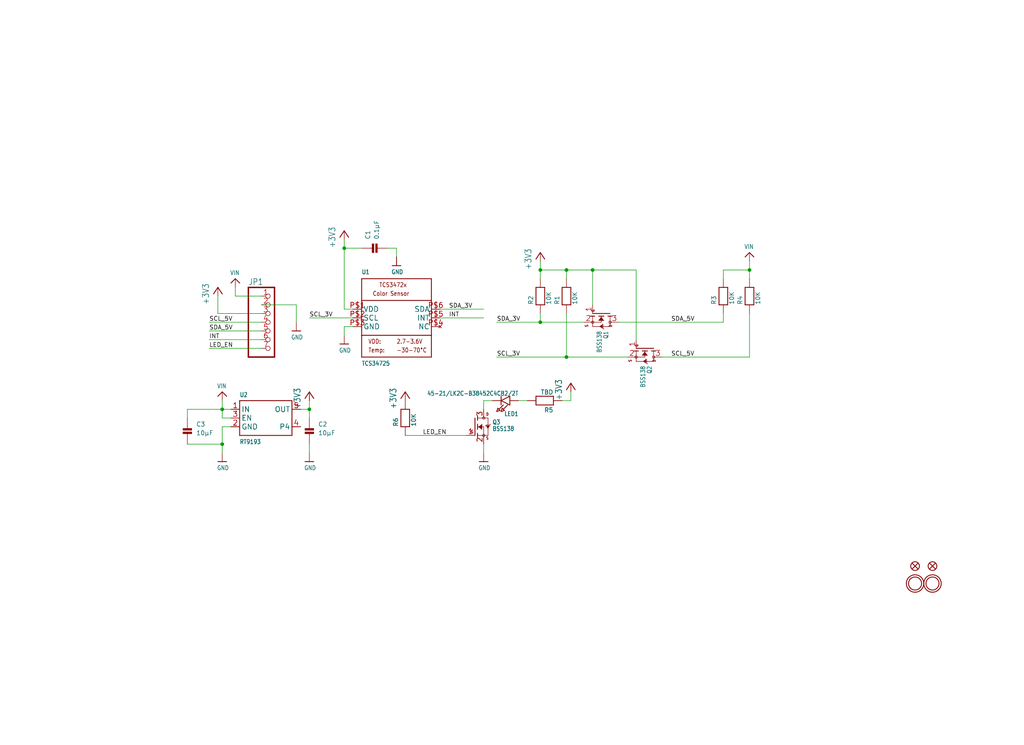
<source format=kicad_sch>
(kicad_sch (version 20250114) (generator "eeschema") (generator_version "9.0")
  (paper "User" 298.45 217.322)
  (lib_symbols
    (symbol "TCS34725_schematic-eagle-import:+3V3" (power)
      (symbol "+3V3_1_0"
        (polyline (pts (xy 0 0) (xy -1.27 -1.905)) (stroke (width 0.254)))
        (polyline (pts (xy 1.27 -1.905) (xy 0 0)) (stroke (width 0.254)))
        (pin power_in line (at 0 -2.54 90) (length 2.54) (name "+3V3") (number "1"))
      )
    )
    (symbol "TCS34725_schematic-eagle-import:CAP_CERAMIC_0805"
      (property "Reference" "C" (at 2.54 2.54 0))
      (symbol "CAP_CERAMIC_0805_1_0"
        (rectangle (start -1.27 1.524) (end 1.27 2.032) (fill (type outline)))
        (rectangle (start -1.27 0.508) (end 1.27 1.016) (fill (type outline)))
        (polyline (pts (xy 0 2.54) (xy 0 1.778)) (stroke (width 0.1524)))
        (polyline (pts (xy 0 0.762) (xy 0 0)) (stroke (width 0.1524)))
        (pin passive line (at 0 5.08 270) (length 2.54) (name "P$1") (number "1"))
        (pin passive line (at 0 -2.54 90) (length 2.54) (name "P$2") (number "2"))
      )
    )
    (symbol "TCS34725_schematic-eagle-import:FIDUCIAL{dblquote}{dblquote}"
      (symbol "FIDUCIAL{dblquote}{dblquote}_1_0"
        (polyline (pts (xy -0.762 0.762) (xy 0.762 -0.762)) (stroke (width 0.254)))
        (circle (center 0 0) (radius 1.27) (stroke (width 0.254)))
        (polyline (pts (xy 0.762 0.762) (xy -0.762 -0.762)) (stroke (width 0.254)))
      )
    )
    (symbol "TCS34725_schematic-eagle-import:GND" (power)
      (symbol "GND_1_0"
        (polyline (pts (xy -1.27 0) (xy 1.27 0)) (stroke (width 0.254)))
        (pin power_in line (at 0 2.54 270) (length 2.54) (name "GND") (number "1"))
      )
    )
    (symbol "TCS34725_schematic-eagle-import:HEADER-1X770MIL"
      (property "Reference" "JP" (at -6.35 10.795 0))
      (symbol "HEADER-1X770MIL_1_0"
        (polyline (pts (xy -6.35 10.16) (xy -6.35 -10.16)) (stroke (width 0.4064)))
        (polyline (pts (xy -6.35 -10.16) (xy 1.27 -10.16)) (stroke (width 0.4064)))
        (polyline (pts (xy 1.27 10.16) (xy -6.35 10.16)) (stroke (width 0.4064)))
        (polyline (pts (xy 1.27 -10.16) (xy 1.27 10.16)) (stroke (width 0.4064)))
        (pin passive inverted (at -2.54 7.62 0) (length 2.54) (name "1") (number "1"))
        (pin passive inverted (at -2.54 5.08 0) (length 2.54) (name "2") (number "2"))
        (pin passive inverted (at -2.54 2.54 0) (length 2.54) (name "3") (number "3"))
        (pin passive inverted (at -2.54 0 0) (length 2.54) (name "4") (number "4"))
        (pin passive inverted (at -2.54 -2.54 0) (length 2.54) (name "5") (number "5"))
        (pin passive inverted (at -2.54 -5.08 0) (length 2.54) (name "6") (number "6"))
        (pin passive inverted (at -2.54 -7.62 0) (length 2.54) (name "7") (number "7"))
      )
    )
    (symbol "TCS34725_schematic-eagle-import:LEDEV45-21"
      (property "Reference" "LED" (at -5.08 3.175 0))
      (symbol "LEDEV45-21_1_0"
        (polyline (pts (xy -2.54 1.27) (xy -2.54 -1.27)) (stroke (width 0.254)))
        (polyline (pts (xy -2.54 -1.27) (xy 0 0)) (stroke (width 0.254)))
        (polyline (pts (xy -1.905 1.27) (xy -0.635 2.54)) (stroke (width 0.254)))
        (polyline (pts (xy -0.9525 2.8575) (xy -0.3175 2.2225)) (stroke (width 0.254)))
        (polyline (pts (xy -0.635 1.27) (xy 0.635 2.54)) (stroke (width 0.254)))
        (polyline (pts (xy -0.3175 2.2225) (xy 0 3.175)) (stroke (width 0.254)))
        (polyline (pts (xy 0 3.175) (xy -0.9525 2.8575)) (stroke (width 0.254)))
        (polyline (pts (xy 0 1.27) (xy 0 0)) (stroke (width 0.254)))
        (polyline (pts (xy 0 0) (xy -2.54 1.27)) (stroke (width 0.254)))
        (polyline (pts (xy 0 0) (xy 0 -1.27)) (stroke (width 0.254)))
        (polyline (pts (xy 0.3175 2.8575) (xy 0.9525 2.2225)) (stroke (width 0.254)))
        (polyline (pts (xy 0.9525 2.2225) (xy 1.27 3.175)) (stroke (width 0.254)))
        (polyline (pts (xy 1.27 3.175) (xy 0.3175 2.8575)) (stroke (width 0.254)))
        (pin passive line (at -5.08 0 0) (length 2.54) (name "A") (number "A"))
        (pin passive line (at 2.54 0 180) (length 2.54) (name "C") (number "K"))
      )
    )
    (symbol "TCS34725_schematic-eagle-import:LIGHT_TCS3472"
      (symbol "LIGHT_TCS3472_1_0"
        (polyline (pts (xy -10.16 11.43) (xy 10.16 11.43)) (stroke (width 0.254)))
        (polyline (pts (xy -10.16 5.08) (xy -10.16 11.43)) (stroke (width 0.254)))
        (polyline (pts (xy -10.16 5.08) (xy 10.16 5.08)) (stroke (width 0.254)))
        (polyline (pts (xy -10.16 -5.08) (xy -10.16 5.08)) (stroke (width 0.254)))
        (polyline (pts (xy -10.16 -5.08) (xy -10.16 -11.43)) (stroke (width 0.254)))
        (polyline (pts (xy -10.16 -11.43) (xy 10.16 -11.43)) (stroke (width 0.254)))
        (polyline (pts (xy 10.16 11.43) (xy 10.16 5.08)) (stroke (width 0.254)))
        (polyline (pts (xy 10.16 5.08) (xy 10.16 -5.08)) (stroke (width 0.254)))
        (polyline (pts (xy 10.16 -5.08) (xy -10.16 -5.08)) (stroke (width 0.254)))
        (polyline (pts (xy 10.16 -11.43) (xy 10.16 -5.08)) (stroke (width 0.254)))
        (text "VDD:" (at -8.255 -7.62 0) (effects (font (size 1.27 1.0795)) (justify left bottom)))
        (text "Temp:" (at -8.255 -10.16 0) (effects (font (size 1.27 1.0795)) (justify left bottom)))
        (text "Color Sensor" (at -6.985 6.35 0) (effects (font (size 1.27 1.0795)) (justify left bottom)))
        (text "TCS3472x" (at -5.08 8.89 0) (effects (font (size 1.27 1.0795)) (justify left bottom)))
        (text "2.7-3.6V" (at 0 -7.62 0) (effects (font (size 1.27 1.0795)) (justify left bottom)))
        (text "-30-70°C" (at 0 -10.16 0) (effects (font (size 1.27 1.0795)) (justify left bottom)))
        (pin power_in line (at -12.7 2.54 0) (length 2.54) (name "VDD") (number "P$1"))
        (pin bidirectional line (at -12.7 0 0) (length 2.54) (name "SCL") (number "P$2"))
        (pin power_in line (at -12.7 -2.54 0) (length 2.54) (name "GND") (number "P$3"))
        (pin bidirectional line (at 12.7 2.54 180) (length 2.54) (name "SDA") (number "P$6"))
        (pin output line (at 12.7 0 180) (length 2.54) (name "INT") (number "P$5"))
        (pin no_connect line (at 12.7 -2.54 180) (length 2.54) (name "NC") (number "P$4"))
      )
    )
    (symbol "TCS34725_schematic-eagle-import:MOSFET-NWIDE"
      (property "Reference" "Q" (at 5.08 0.635 0))
      (symbol "MOSFET-NWIDE_1_0"
        (polyline (pts (xy 0 2.54) (xy 0 -2.54)) (stroke (width 0.254)))
        (polyline (pts (xy 0.762 3.175) (xy 0.762 2.54)) (stroke (width 0.254)))
        (polyline (pts (xy 0.762 2.54) (xy 0.762 1.905)) (stroke (width 0.254)))
        (polyline (pts (xy 0.762 2.54) (xy 3.81 2.54)) (stroke (width 0.1524)))
        (polyline (pts (xy 0.762 0.762) (xy 0.762 0)) (stroke (width 0.254)))
        (polyline (pts (xy 0.762 0) (xy 0.762 -0.762)) (stroke (width 0.254)))
        (polyline (pts (xy 0.762 0) (xy 2.54 0)) (stroke (width 0.1524)))
        (polyline (pts (xy 0.762 -1.905) (xy 0.762 -2.54)) (stroke (width 0.254)))
        (polyline (pts (xy 0.762 -2.54) (xy 0.762 -3.175)) (stroke (width 0.254)))
        (polyline (pts (xy 1.016 0) (xy 2.032 -0.762) (xy 2.032 0.762)) (stroke (width 0.1524)) (fill (type outline)))
        (circle (center 2.54 2.54) (radius 0.3592))
        (polyline (pts (xy 2.54 0) (xy 2.54 -2.54)) (stroke (width 0.1524)))
        (polyline (pts (xy 2.54 -2.54) (xy 0.762 -2.54)) (stroke (width 0.1524)))
        (polyline (pts (xy 2.54 -2.54) (xy 3.81 -2.54)) (stroke (width 0.1524)))
        (circle (center 2.54 -2.54) (radius 0.3592))
        (polyline (pts (xy 3.302 0.508) (xy 3.048 0.254)) (stroke (width 0.1524)))
        (polyline (pts (xy 3.81 2.54) (xy 3.81 0.508)) (stroke (width 0.1524)))
        (polyline (pts (xy 3.81 0.508) (xy 3.302 0.508)) (stroke (width 0.1524)))
        (polyline (pts (xy 3.81 0.508) (xy 3.81 -2.54)) (stroke (width 0.1524)))
        (polyline (pts (xy 3.81 -0.508) (xy 3.302 0.254) (xy 4.318 0.254)) (stroke (width 0.1524)) (fill (type outline)))
        (polyline (pts (xy 4.318 0.508) (xy 3.81 0.508)) (stroke (width 0.1524)))
        (polyline (pts (xy 4.572 0.762) (xy 4.318 0.508)) (stroke (width 0.1524)))
        (text "G" (at -1.27 -1.905 0) (effects (font (size 0.8128 0.6908)) (justify left bottom)))
        (text "D" (at 3.175 3.175 0) (effects (font (size 0.8128 0.6908)) (justify left bottom)))
        (text "S" (at 3.175 -3.81 0) (effects (font (size 0.8128 0.6908)) (justify left bottom)))
        (pin bidirectional line (at -2.54 -2.54 0) (length 2.54) (name "G") (number "1"))
        (pin bidirectional line (at 2.54 5.08 270) (length 2.54) (name "D") (number "3"))
        (pin bidirectional line (at 2.54 -5.08 90) (length 2.54) (name "S") (number "2"))
      )
    )
    (symbol "TCS34725_schematic-eagle-import:MOUNTINGHOLE2.5"
      (symbol "MOUNTINGHOLE2.5_1_0"
        (circle (center 0 0) (radius 1.905) (stroke (width 0.254)))
        (circle (center 0 0) (radius 2.54) (stroke (width 0.254)))
      )
    )
    (symbol "TCS34725_schematic-eagle-import:RESISTOR_0805"
      (property "Reference" "R" (at -2.54 2.032 0))
      (symbol "RESISTOR_0805_1_0"
        (polyline (pts (xy -2.54 1.27) (xy 2.54 1.27)) (stroke (width 0.254)))
        (polyline (pts (xy -2.54 -1.27) (xy -2.54 1.27)) (stroke (width 0.254)))
        (polyline (pts (xy 2.54 1.27) (xy 2.54 -1.27)) (stroke (width 0.254)))
        (polyline (pts (xy 2.54 -1.27) (xy -2.54 -1.27)) (stroke (width 0.254)))
        (pin passive line (at -5.08 0 0) (length 2.54) (name "1") (number "1"))
        (pin passive line (at 5.08 0 180) (length 2.54) (name "2") (number "2"))
      )
    )
    (symbol "TCS34725_schematic-eagle-import:VIN" (power)
      (symbol "VIN_1_0"
        (polyline (pts (xy -1.27 -1.27) (xy 0 0)) (stroke (width 0.254)))
        (polyline (pts (xy 0 0) (xy 1.27 -1.27)) (stroke (width 0.254)))
        (pin power_in line (at 0 -2.54 90) (length 2.54) (name "VIN") (number "1"))
      )
    )
    (symbol "TCS34725_schematic-eagle-import:VREG_SOT23-5"
      (property "Reference" "U" (at -7.62 6.096 0))
      (symbol "VREG_SOT23-5_1_0"
        (polyline (pts (xy -7.62 5.08) (xy 7.62 5.08)) (stroke (width 0.254)))
        (polyline (pts (xy -7.62 -5.08) (xy -7.62 5.08)) (stroke (width 0.254)))
        (polyline (pts (xy 7.62 5.08) (xy 7.62 -5.08)) (stroke (width 0.254)))
        (polyline (pts (xy 7.62 -5.08) (xy -7.62 -5.08)) (stroke (width 0.254)))
        (pin bidirectional line (at -10.16 2.54 0) (length 2.54) (name "IN") (number "1"))
        (pin bidirectional line (at -10.16 0 0) (length 2.54) (name "EN") (number "3"))
        (pin bidirectional line (at -10.16 -2.54 0) (length 2.54) (name "GND") (number "2"))
        (pin bidirectional line (at 10.16 2.54 180) (length 2.54) (name "OUT") (number "5"))
        (pin bidirectional line (at 10.16 -2.54 180) (length 2.54) (name "P4") (number "4"))
      )
    )
  )
  (junction (at 157.48 93.98))
  (junction (at 165.1 78.74))
  (junction (at 165.1 104.14))
  (junction (at 218.44 78.74))
  (junction (at 64.77 119.38))
  (junction (at 64.77 129.54))
  (junction (at 157.48 78.74))
  (junction (at 100.33 72.39))
  (junction (at 172.72 78.74))
  (junction (at 90.17 119.38))
  (wire (pts (xy 157.48 78.74) (xy 165.1 78.74)) (stroke (width 0.1524)))
  (wire (pts (xy 218.44 104.14) (xy 218.44 91.44)) (stroke (width 0.1524)))
  (wire (pts (xy 63.5 91.44) (xy 63.5 86.36)) (stroke (width 0.1524)))
  (wire (pts (xy 54.61 119.38) (xy 54.61 121.92)) (stroke (width 0.1524)))
  (wire (pts (xy 115.57 72.39) (xy 115.57 74.93)) (stroke (width 0.1524)))
  (wire (pts (xy 218.44 81.28) (xy 218.44 78.74)) (stroke (width 0.1524)))
  (wire (pts (xy 67.31 119.38) (xy 64.77 119.38)) (stroke (width 0.1524)))
  (wire (pts (xy 90.17 119.38) (xy 90.17 121.92)) (stroke (width 0.1524)))
  (wire (pts (xy 165.1 91.44) (xy 165.1 104.14)) (stroke (width 0.1524)))
  (wire (pts (xy 64.77 124.46) (xy 64.77 129.54)) (stroke (width 0.1524)))
  (wire (pts (xy 143.51 116.84) (xy 140.97 116.84)) (stroke (width 0.1524)))
  (wire (pts (xy 163.83 116.84) (xy 166.37 116.84)) (stroke (width 0.1524)))
  (wire (pts (xy 182.88 104.14) (xy 165.1 104.14)) (stroke (width 0.1524)))
  (wire (pts (xy 193.04 104.14) (xy 218.44 104.14)) (stroke (width 0.1524)))
  (wire (pts (xy 76.2 101.6) (xy 60.96 101.6)) (stroke (width 0.1524)))
  (wire (pts (xy 60.96 99.06) (xy 76.2 99.06)) (stroke (width 0.1524)))
  (wire (pts (xy 165.1 81.28) (xy 165.1 78.74)) (stroke (width 0.1524)))
  (wire (pts (xy 210.82 93.98) (xy 210.82 91.44)) (stroke (width 0.1524)))
  (wire (pts (xy 64.77 119.38) (xy 64.77 116.84)) (stroke (width 0.1524)))
  (wire (pts (xy 87.63 119.38) (xy 90.17 119.38)) (stroke (width 0.1524)))
  (wire (pts (xy 100.33 72.39) (xy 100.33 69.85)) (stroke (width 0.1524)))
  (wire (pts (xy 100.33 90.17) (xy 100.33 72.39)) (stroke (width 0.1524)))
  (wire (pts (xy 86.36 88.9) (xy 86.36 93.98)) (stroke (width 0.1524)))
  (wire (pts (xy 90.17 129.54) (xy 90.17 132.08)) (stroke (width 0.1524)))
  (wire (pts (xy 185.42 78.74) (xy 185.42 99.06)) (stroke (width 0.1524)))
  (wire (pts (xy 140.97 90.17) (xy 128.27 90.17)) (stroke (width 0.1524)))
  (wire (pts (xy 76.2 91.44) (xy 63.5 91.44)) (stroke (width 0.1524)))
  (wire (pts (xy 172.72 78.74) (xy 172.72 88.9)) (stroke (width 0.1524)))
  (wire (pts (xy 170.18 93.98) (xy 157.48 93.98)) (stroke (width 0.1524)))
  (wire (pts (xy 157.48 76.2) (xy 157.48 78.74)) (stroke (width 0.1524)))
  (wire (pts (xy 67.31 121.92) (xy 64.77 121.92)) (stroke (width 0.1524)))
  (wire (pts (xy 76.2 96.52) (xy 60.96 96.52)) (stroke (width 0.1524)))
  (wire (pts (xy 64.77 119.38) (xy 54.61 119.38)) (stroke (width 0.1524)))
  (wire (pts (xy 140.97 116.84) (xy 140.97 119.38)) (stroke (width 0.1524)))
  (wire (pts (xy 64.77 121.92) (xy 64.77 119.38)) (stroke (width 0.1524)))
  (wire (pts (xy 64.77 129.54) (xy 64.77 132.08)) (stroke (width 0.1524)))
  (wire (pts (xy 157.48 93.98) (xy 144.78 93.98)) (stroke (width 0.1524)))
  (wire (pts (xy 128.27 92.71) (xy 140.97 92.71)) (stroke (width 0.1524)))
  (wire (pts (xy 140.97 129.54) (xy 140.97 132.08)) (stroke (width 0.1524)))
  (wire (pts (xy 153.67 116.84) (xy 151.13 116.84)) (stroke (width 0.1524)))
  (wire (pts (xy 113.03 72.39) (xy 115.57 72.39)) (stroke (width 0.1524)))
  (wire (pts (xy 135.89 127) (xy 118.11 127)) (stroke (width 0.1524)))
  (wire (pts (xy 102.87 92.71) (xy 90.17 92.71)) (stroke (width 0.1524)))
  (wire (pts (xy 102.87 95.25) (xy 100.33 95.25)) (stroke (width 0.1524)))
  (wire (pts (xy 76.2 93.98) (xy 60.96 93.98)) (stroke (width 0.1524)))
  (wire (pts (xy 210.82 81.28) (xy 210.82 78.74)) (stroke (width 0.1524)))
  (wire (pts (xy 67.31 124.46) (xy 64.77 124.46)) (stroke (width 0.1524)))
  (wire (pts (xy 76.2 86.36) (xy 68.58 86.36)) (stroke (width 0.1524)))
  (wire (pts (xy 157.48 81.28) (xy 157.48 78.74)) (stroke (width 0.1524)))
  (wire (pts (xy 76.2 88.9) (xy 86.36 88.9)) (stroke (width 0.1524)))
  (wire (pts (xy 102.87 90.17) (xy 100.33 90.17)) (stroke (width 0.1524)))
  (wire (pts (xy 100.33 72.39) (xy 105.41 72.39)) (stroke (width 0.1524)))
  (wire (pts (xy 165.1 78.74) (xy 172.72 78.74)) (stroke (width 0.1524)))
  (wire (pts (xy 90.17 119.38) (xy 90.17 116.84)) (stroke (width 0.1524)))
  (wire (pts (xy 68.58 86.36) (xy 68.58 83.82)) (stroke (width 0.1524)))
  (wire (pts (xy 157.48 91.44) (xy 157.48 93.98)) (stroke (width 0.1524)))
  (wire (pts (xy 166.37 116.84) (xy 166.37 114.3)) (stroke (width 0.1524)))
  (wire (pts (xy 210.82 78.74) (xy 218.44 78.74)) (stroke (width 0.1524)))
  (wire (pts (xy 218.44 78.74) (xy 218.44 76.2)) (stroke (width 0.1524)))
  (wire (pts (xy 165.1 104.14) (xy 144.78 104.14)) (stroke (width 0.1524)))
  (wire (pts (xy 180.34 93.98) (xy 210.82 93.98)) (stroke (width 0.1524)))
  (wire (pts (xy 100.33 95.25) (xy 100.33 97.79)) (stroke (width 0.1524)))
  (wire (pts (xy 54.61 129.54) (xy 64.77 129.54)) (stroke (width 0.1524)))
  (wire (pts (xy 172.72 78.74) (xy 185.42 78.74)) (stroke (width 0.1524)))
  (label "LED_EN" (at 123.19 127 0) (effects (font (size 1.2446 1.2446))))
  (label "SDA_3V" (at 130.81 90.17 0) (effects (font (size 1.2446 1.2446))))
  (label "SCL_5V" (at 195.58 104.14 0) (effects (font (size 1.2446 1.2446))))
  (label "SCL_3V" (at 90.17 92.71 0) (effects (font (size 1.2446 1.2446))))
  (label "INT" (at 130.81 92.71 0) (effects (font (size 1.2446 1.2446))))
  (label "INT" (at 60.96 99.06 0) (effects (font (size 1.2446 1.2446))))
  (label "LED_EN" (at 60.96 101.6 0) (effects (font (size 1.2446 1.2446))))
  (label "SDA_3V" (at 144.78 93.98 0) (effects (font (size 1.2446 1.2446))))
  (label "SDA_5V" (at 195.58 93.98 0) (effects (font (size 1.2446 1.2446))))
  (label "SDA_5V" (at 60.96 96.52 0) (effects (font (size 1.2446 1.2446))))
  (label "SCL_5V" (at 60.96 93.98 0) (effects (font (size 1.2446 1.2446))))
  (label "SCL_3V" (at 144.78 104.14 0) (effects (font (size 1.2446 1.2446))))
  (symbol (lib_id "TCS34725_schematic-eagle-import:RESISTOR_0805") (at 158.75 116.84 180) (unit 1)
    (property "Reference" "R5" (at 161.29 118.872 0) (effects (justify left bottom)))
    (property "Value" "TBD" (at 161.29 113.665 0) (effects (justify left bottom)))
    (property "Footprint" "TCS34725_schematic:_0805" (effects (hide yes)))
  )
  (symbol (lib_id "TCS34725_schematic-eagle-import:+3V3") (at 118.11 114.3 0) (unit 1)
    (property "Reference" "#+3V6" (effects (hide yes)))
    (property "Value" "+3V3" (at 115.57 119.38 90) (effects (font (size 1.778 1.5113)) (justify left bottom)))
  )
  (symbol (lib_id "TCS34725_schematic-eagle-import:GND") (at 86.36 96.52 0) (unit 1)
    (property "Reference" "#U$17" (effects (hide yes)))
    (property "Value" "GND" (at 84.836 99.06 0) (effects (font (size 1.27 1.0795)) (justify left bottom)))
  )
  (symbol (lib_id "TCS34725_schematic-eagle-import:CAP_CERAMIC_0805") (at 54.61 127 0) (unit 1)
    (property "Reference" "C3" (at 57.15 124.46 0) (effects (justify left bottom)))
    (property "Value" "10µF" (at 57.15 127 0) (effects (justify left bottom)))
    (property "Footprint" "TCS34725_schematic:_0805" (effects (hide yes)))
  )
  (symbol (lib_id "TCS34725_schematic-eagle-import:MOSFET-NWIDE") (at 187.96 101.6 270) (unit 1)
    (property "Reference" "Q2" (at 188.595 106.68 0) (effects (font (size 1.27 1.0795)) (justify left bottom)))
    (property "Value" "BSS138" (at 186.69 106.68 0) (effects (font (size 1.27 1.0795)) (justify left bottom)))
    (property "Footprint" "TCS34725_schematic:SOT23-WIDE" (effects (hide yes)))
  )
  (symbol (lib_id "TCS34725_schematic-eagle-import:+3V3") (at 157.48 73.66 0) (unit 1)
    (property "Reference" "#+3V4" (effects (hide yes)))
    (property "Value" "+3V3" (at 154.94 78.74 90) (effects (font (size 1.778 1.5113)) (justify left bottom)))
  )
  (symbol (lib_id "TCS34725_schematic-eagle-import:GND") (at 115.57 77.47 0) (unit 1)
    (property "Reference" "#U$4" (effects (hide yes)))
    (property "Value" "GND" (at 114.046 80.01 0) (effects (font (size 1.27 1.0795)) (justify left bottom)))
  )
  (symbol (lib_id "TCS34725_schematic-eagle-import:+3V3") (at 90.17 114.3 0) (unit 1)
    (property "Reference" "#+3V2" (effects (hide yes)))
    (property "Value" "+3V3" (at 87.63 119.38 90) (effects (font (size 1.778 1.5113)) (justify left bottom)))
  )
  (symbol (lib_id "TCS34725_schematic-eagle-import:MOSFET-NWIDE") (at 138.43 124.46 0) (unit 1)
    (property "Reference" "Q3" (at 143.51 123.825 0) (effects (font (size 1.27 1.0795)) (justify left bottom)))
    (property "Value" "BSS138" (at 143.51 125.73 0) (effects (font (size 1.27 1.0795)) (justify left bottom)))
    (property "Footprint" "TCS34725_schematic:SOT23-WIDE" (effects (hide yes)))
  )
  (symbol (lib_id "TCS34725_schematic-eagle-import:LEDEV45-21") (at 146.05 116.84 180) (unit 1)
    (property "Reference" "LED1" (at 151.13 120.015 0) (effects (font (size 1.27 1.0795)) (justify left bottom)))
    (property "Value" "45-21/LK2C-B38452C4CB2/2T" (at 151.13 114.046 0) (effects (font (size 1.27 1.0795)) (justify left bottom)))
    (property "Footprint" "TCS34725_schematic:EVERLIGHT_45-21" (effects (hide yes)))
  )
  (symbol (lib_id "TCS34725_schematic-eagle-import:RESISTOR_0805") (at 118.11 121.92 90) (unit 1)
    (property "Reference" "R6" (at 116.078 124.46 0) (effects (justify left bottom)))
    (property "Value" "10K" (at 121.285 124.46 0) (effects (justify left bottom)))
    (property "Footprint" "TCS34725_schematic:_0805" (effects (hide yes)))
  )
  (symbol (lib_id "TCS34725_schematic-eagle-import:VREG_SOT23-5") (at 77.47 121.92 0) (unit 1)
    (property "Reference" "U2" (at 69.85 115.824 0) (effects (font (size 1.27 1.0795)) (justify left bottom)))
    (property "Value" "RT9193" (at 69.85 129.54 0) (effects (font (size 1.27 1.0795)) (justify left bottom)))
    (property "Footprint" "TCS34725_schematic:SOT23-5" (effects (hide yes)))
  )
  (symbol (lib_id "TCS34725_schematic-eagle-import:GND") (at 90.17 134.62 0) (unit 1)
    (property "Reference" "#U$7" (effects (hide yes)))
    (property "Value" "GND" (at 88.646 137.16 0) (effects (font (size 1.27 1.0795)) (justify left bottom)))
  )
  (symbol (lib_id "TCS34725_schematic-eagle-import:GND") (at 140.97 134.62 0) (unit 1)
    (property "Reference" "#U$5" (effects (hide yes)))
    (property "Value" "GND" (at 139.446 137.16 0) (effects (font (size 1.27 1.0795)) (justify left bottom)))
  )
  (symbol (lib_id "TCS34725_schematic-eagle-import:VIN") (at 64.77 114.3 0) (unit 1)
    (property "Reference" "#U$11" (effects (hide yes)))
    (property "Value" "VIN" (at 63.246 113.284 0) (effects (font (size 1.27 1.0795)) (justify left bottom)))
  )
  (symbol (lib_id "TCS34725_schematic-eagle-import:GND") (at 64.77 134.62 0) (unit 1)
    (property "Reference" "#U$12" (effects (hide yes)))
    (property "Value" "GND" (at 63.246 137.16 0) (effects (font (size 1.27 1.0795)) (justify left bottom)))
  )
  (symbol (lib_id "TCS34725_schematic-eagle-import:RESISTOR_0805") (at 157.48 86.36 90) (unit 1)
    (property "Reference" "R2" (at 155.448 88.9 0) (effects (justify left bottom)))
    (property "Value" "10K" (at 160.655 88.9 0) (effects (justify left bottom)))
    (property "Footprint" "TCS34725_schematic:_0805" (effects (hide yes)))
  )
  (symbol (lib_id "TCS34725_schematic-eagle-import:HEADER-1X770MIL") (at 78.74 93.98 0) (unit 1)
    (property "Reference" "JP1" (at 72.39 83.185 0) (effects (font (size 1.778 1.5113)) (justify left bottom)))
    (property "Value" "HEADER-1X770MIL" (effects (hide yes)))
    (property "Footprint" "TCS34725_schematic:1X07_ROUND_70" (effects (hide yes)))
  )
  (symbol (lib_id "TCS34725_schematic-eagle-import:CAP_CERAMIC_0805") (at 90.17 127 0) (unit 1)
    (property "Reference" "C2" (at 92.71 124.46 0) (effects (justify left bottom)))
    (property "Value" "10µF" (at 92.71 127 0) (effects (justify left bottom)))
    (property "Footprint" "TCS34725_schematic:_0805" (effects (hide yes)))
  )
  (symbol (lib_id "TCS34725_schematic-eagle-import:FIDUCIAL{dblquote}{dblquote}") (at 271.78 165.1 0) (unit 1)
    (property "Reference" "FID1" (effects (hide yes)))
    (property "Value" "FIDUCIAL{dblquote}{dblquote}" (effects (hide yes)))
    (property "Footprint" "TCS34725_schematic:FIDUCIAL_1MM" (effects (hide yes)))
  )
  (symbol (lib_id "TCS34725_schematic-eagle-import:MOSFET-NWIDE") (at 175.26 91.44 270) (unit 1)
    (property "Reference" "Q1" (at 175.895 96.52 0) (effects (font (size 1.27 1.0795)) (justify left bottom)))
    (property "Value" "BSS138" (at 173.99 96.52 0) (effects (font (size 1.27 1.0795)) (justify left bottom)))
    (property "Footprint" "TCS34725_schematic:SOT23-WIDE" (effects (hide yes)))
  )
  (symbol (lib_id "TCS34725_schematic-eagle-import:RESISTOR_0805") (at 165.1 86.36 90) (unit 1)
    (property "Reference" "R1" (at 163.068 88.9 0) (effects (justify left bottom)))
    (property "Value" "10K" (at 168.275 88.9 0) (effects (justify left bottom)))
    (property "Footprint" "TCS34725_schematic:_0805" (effects (hide yes)))
  )
  (symbol (lib_id "TCS34725_schematic-eagle-import:+3V3") (at 100.33 67.31 0) (unit 1)
    (property "Reference" "#+3V3" (effects (hide yes)))
    (property "Value" "+3V3" (at 97.79 72.39 90) (effects (font (size 1.778 1.5113)) (justify left bottom)))
  )
  (symbol (lib_id "TCS34725_schematic-eagle-import:CAP_CERAMIC_0805") (at 110.49 72.39 90) (unit 1)
    (property "Reference" "C1" (at 107.95 69.85 0) (effects (justify left bottom)))
    (property "Value" "0.1µF" (at 110.49 69.85 0) (effects (justify left bottom)))
    (property "Footprint" "TCS34725_schematic:_0805" (effects (hide yes)))
  )
  (symbol (lib_id "TCS34725_schematic-eagle-import:LIGHT_TCS3472") (at 115.57 92.71 0) (unit 1)
    (property "Reference" "U1" (at 105.41 80.01 0) (effects (font (size 1.27 1.0795)) (justify left bottom)))
    (property "Value" "TCS34725" (at 105.41 106.68 0) (effects (font (size 1.27 1.0795)) (justify left bottom)))
    (property "Footprint" "TCS34725_schematic:TCS3472_FN6" (effects (hide yes)))
  )
  (symbol (lib_id "TCS34725_schematic-eagle-import:MOUNTINGHOLE2.5") (at 266.7 170.18 0) (unit 1)
    (property "Reference" "U$14" (effects (hide yes)))
    (property "Value" "MOUNTINGHOLE2.5" (effects (hide yes)))
    (property "Footprint" "TCS34725_schematic:MOUNTINGHOLE_2.5_PLATED" (effects (hide yes)))
  )
  (symbol (lib_id "TCS34725_schematic-eagle-import:+3V3") (at 166.37 111.76 0) (unit 1)
    (property "Reference" "#+3V5" (effects (hide yes)))
    (property "Value" "+3V3" (at 163.83 116.84 90) (effects (font (size 1.778 1.5113)) (justify left bottom)))
  )
  (symbol (lib_id "TCS34725_schematic-eagle-import:VIN") (at 218.44 73.66 0) (unit 1)
    (property "Reference" "#U$10" (effects (hide yes)))
    (property "Value" "VIN" (at 216.916 72.644 0) (effects (font (size 1.27 1.0795)) (justify left bottom)))
  )
  (symbol (lib_id "TCS34725_schematic-eagle-import:+3V3") (at 63.5 83.82 0) (unit 1)
    (property "Reference" "#+3V7" (effects (hide yes)))
    (property "Value" "+3V3" (at 60.96 88.9 90) (effects (font (size 1.778 1.5113)) (justify left bottom)))
  )
  (symbol (lib_id "TCS34725_schematic-eagle-import:FIDUCIAL{dblquote}{dblquote}") (at 266.7 165.1 0) (unit 1)
    (property "Reference" "FID2" (effects (hide yes)))
    (property "Value" "FIDUCIAL{dblquote}{dblquote}" (effects (hide yes)))
    (property "Footprint" "TCS34725_schematic:FIDUCIAL_1MM" (effects (hide yes)))
  )
  (symbol (lib_id "TCS34725_schematic-eagle-import:GND") (at 100.33 100.33 0) (unit 1)
    (property "Reference" "#U$3" (effects (hide yes)))
    (property "Value" "GND" (at 98.806 102.87 0) (effects (font (size 1.27 1.0795)) (justify left bottom)))
  )
  (symbol (lib_id "TCS34725_schematic-eagle-import:VIN") (at 68.58 81.28 0) (unit 1)
    (property "Reference" "#U$15" (effects (hide yes)))
    (property "Value" "VIN" (at 67.056 80.264 0) (effects (font (size 1.27 1.0795)) (justify left bottom)))
  )
  (symbol (lib_id "TCS34725_schematic-eagle-import:RESISTOR_0805") (at 218.44 86.36 90) (unit 1)
    (property "Reference" "R4" (at 216.408 88.9 0) (effects (justify left bottom)))
    (property "Value" "10K" (at 221.615 88.9 0) (effects (justify left bottom)))
    (property "Footprint" "TCS34725_schematic:_0805" (effects (hide yes)))
  )
  (symbol (lib_id "TCS34725_schematic-eagle-import:MOUNTINGHOLE2.5") (at 271.78 170.18 0) (unit 1)
    (property "Reference" "U$8" (effects (hide yes)))
    (property "Value" "MOUNTINGHOLE2.5" (effects (hide yes)))
    (property "Footprint" "TCS34725_schematic:MOUNTINGHOLE_2.5_PLATED" (effects (hide yes)))
  )
  (symbol (lib_id "TCS34725_schematic-eagle-import:RESISTOR_0805") (at 210.82 86.36 90) (unit 1)
    (property "Reference" "R3" (at 208.788 88.9 0) (effects (justify left bottom)))
    (property "Value" "10K" (at 213.995 88.9 0) (effects (justify left bottom)))
    (property "Footprint" "TCS34725_schematic:_0805" (effects (hide yes)))
  )
)
</source>
